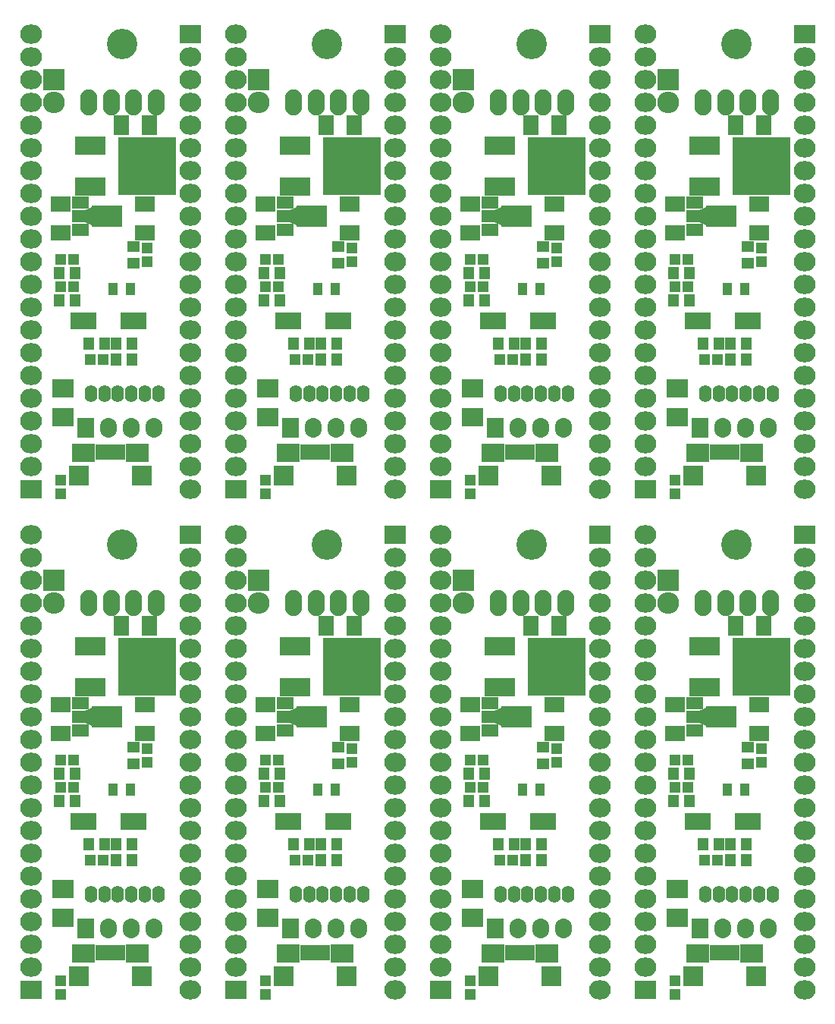
<source format=gbr>
G04 #@! TF.FileFunction,Soldermask,Top*
%FSLAX46Y46*%
G04 Gerber Fmt 4.6, Leading zero omitted, Abs format (unit mm)*
G04 Created by KiCad (PCBNEW 4.0.7) date 04/07/18 13:13:02*
%MOMM*%
%LPD*%
G01*
G04 APERTURE LIST*
%ADD10C,0.100000*%
%ADD11R,1.197560X1.197560*%
%ADD12R,1.200000X1.400000*%
%ADD13R,2.432000X2.127200*%
%ADD14O,2.432000X2.127200*%
%ADD15R,1.900000X2.200000*%
%ADD16O,1.900000X2.200000*%
%ADD17R,0.800000X1.750000*%
%ADD18R,2.500000X2.000000*%
%ADD19R,2.300000X2.300000*%
%ADD20R,2.429460X2.051000*%
%ADD21R,3.000000X1.900000*%
%ADD22R,1.000000X1.400000*%
%ADD23R,2.200000X1.800000*%
%ADD24R,1.800000X2.200000*%
%ADD25R,3.448000X2.051000*%
%ADD26R,6.496000X6.496000*%
%ADD27R,1.901140X1.400760*%
%ADD28R,3.399740X2.398980*%
%ADD29R,2.432000X2.432000*%
%ADD30O,2.432000X2.432000*%
%ADD31O,1.400000X1.924000*%
%ADD32R,1.400000X1.200000*%
%ADD33O,1.900000X2.900000*%
%ADD34C,3.400000*%
G04 APERTURE END LIST*
D10*
D11*
X94742000Y-127495300D03*
X94742000Y-125996700D03*
D12*
X96404000Y-105918000D03*
X94604000Y-105918000D03*
X96404000Y-102870000D03*
X94604000Y-102870000D03*
D11*
X94754700Y-104394000D03*
X96253300Y-104394000D03*
X94754700Y-101346000D03*
X96253300Y-101346000D03*
D13*
X109220000Y-76200000D03*
D14*
X109220000Y-78740000D03*
X109220000Y-81280000D03*
X109220000Y-83820000D03*
X109220000Y-86360000D03*
X109220000Y-88900000D03*
X109220000Y-91440000D03*
X109220000Y-93980000D03*
X109220000Y-96520000D03*
X109220000Y-99060000D03*
X109220000Y-101600000D03*
X109220000Y-104140000D03*
X109220000Y-106680000D03*
X109220000Y-109220000D03*
X109220000Y-111760000D03*
X109220000Y-114300000D03*
X109220000Y-116840000D03*
X109220000Y-119380000D03*
X109220000Y-121920000D03*
X109220000Y-124460000D03*
X109220000Y-127000000D03*
D15*
X97536000Y-120142000D03*
D16*
X100076000Y-120142000D03*
X102616000Y-120142000D03*
X105156000Y-120142000D03*
D17*
X99029100Y-122897460D03*
X99679100Y-122897460D03*
X100329100Y-122897460D03*
X100979100Y-122897460D03*
X101629100Y-122897460D03*
D18*
X97330000Y-122960000D03*
D19*
X96830000Y-125460000D03*
X103830000Y-125460000D03*
D18*
X103330000Y-122960000D03*
D20*
X94996000Y-118932960D03*
X94996000Y-115763040D03*
D21*
X102876000Y-108204000D03*
X97276000Y-108204000D03*
D22*
X100600000Y-104648000D03*
X102600000Y-104648000D03*
D23*
X104140000Y-98374000D03*
X104140000Y-95174000D03*
X94742000Y-98374000D03*
X94742000Y-95174000D03*
D24*
X101524000Y-86360000D03*
X104724000Y-86360000D03*
D25*
X98044000Y-88646000D03*
D26*
X104394000Y-90932000D03*
D25*
X98044000Y-93218000D03*
D27*
X96954340Y-95018860D03*
X96954340Y-96520000D03*
X96954340Y-98021140D03*
D28*
X99905820Y-96520000D03*
D10*
G36*
X98631350Y-97720760D02*
X97482050Y-97220380D01*
X97482050Y-95819620D01*
X98631350Y-95319240D01*
X98631350Y-97720760D01*
X98631350Y-97720760D01*
G37*
D11*
X98056700Y-112522000D03*
X99555300Y-112522000D03*
X104394000Y-100088700D03*
X104394000Y-101587300D03*
D29*
X93980000Y-81280000D03*
D30*
X93980000Y-83820000D03*
D31*
X105664000Y-116332000D03*
X104164000Y-116332000D03*
X102664000Y-116332000D03*
X101164000Y-116332000D03*
X99664000Y-116332000D03*
X98164000Y-116332000D03*
D12*
X100954000Y-112522000D03*
X102754000Y-112522000D03*
D32*
X102870000Y-101738000D03*
X102870000Y-99938000D03*
D12*
X102754000Y-110744000D03*
X100954000Y-110744000D03*
X99706000Y-110744000D03*
X97906000Y-110744000D03*
D33*
X105410000Y-83820000D03*
X102910000Y-83820000D03*
X100410000Y-83820000D03*
X97910000Y-83820000D03*
D34*
X101660000Y-77320000D03*
D13*
X91440000Y-127000000D03*
D14*
X91440000Y-124460000D03*
X91440000Y-121920000D03*
X91440000Y-119380000D03*
X91440000Y-116840000D03*
X91440000Y-114300000D03*
X91440000Y-111760000D03*
X91440000Y-109220000D03*
X91440000Y-106680000D03*
X91440000Y-104140000D03*
X91440000Y-101600000D03*
X91440000Y-99060000D03*
X91440000Y-96520000D03*
X91440000Y-93980000D03*
X91440000Y-91440000D03*
X91440000Y-88900000D03*
X91440000Y-86360000D03*
X91440000Y-83820000D03*
X91440000Y-81280000D03*
X91440000Y-78740000D03*
X91440000Y-76200000D03*
D11*
X71882000Y-127495300D03*
X71882000Y-125996700D03*
D12*
X73544000Y-105918000D03*
X71744000Y-105918000D03*
X73544000Y-102870000D03*
X71744000Y-102870000D03*
D11*
X71894700Y-104394000D03*
X73393300Y-104394000D03*
X71894700Y-101346000D03*
X73393300Y-101346000D03*
D13*
X86360000Y-76200000D03*
D14*
X86360000Y-78740000D03*
X86360000Y-81280000D03*
X86360000Y-83820000D03*
X86360000Y-86360000D03*
X86360000Y-88900000D03*
X86360000Y-91440000D03*
X86360000Y-93980000D03*
X86360000Y-96520000D03*
X86360000Y-99060000D03*
X86360000Y-101600000D03*
X86360000Y-104140000D03*
X86360000Y-106680000D03*
X86360000Y-109220000D03*
X86360000Y-111760000D03*
X86360000Y-114300000D03*
X86360000Y-116840000D03*
X86360000Y-119380000D03*
X86360000Y-121920000D03*
X86360000Y-124460000D03*
X86360000Y-127000000D03*
D15*
X74676000Y-120142000D03*
D16*
X77216000Y-120142000D03*
X79756000Y-120142000D03*
X82296000Y-120142000D03*
D17*
X76169100Y-122897460D03*
X76819100Y-122897460D03*
X77469100Y-122897460D03*
X78119100Y-122897460D03*
X78769100Y-122897460D03*
D18*
X74470000Y-122960000D03*
D19*
X73970000Y-125460000D03*
X80970000Y-125460000D03*
D18*
X80470000Y-122960000D03*
D20*
X72136000Y-118932960D03*
X72136000Y-115763040D03*
D21*
X80016000Y-108204000D03*
X74416000Y-108204000D03*
D22*
X77740000Y-104648000D03*
X79740000Y-104648000D03*
D23*
X81280000Y-98374000D03*
X81280000Y-95174000D03*
X71882000Y-98374000D03*
X71882000Y-95174000D03*
D24*
X78664000Y-86360000D03*
X81864000Y-86360000D03*
D25*
X75184000Y-88646000D03*
D26*
X81534000Y-90932000D03*
D25*
X75184000Y-93218000D03*
D27*
X74094340Y-95018860D03*
X74094340Y-96520000D03*
X74094340Y-98021140D03*
D28*
X77045820Y-96520000D03*
D10*
G36*
X75771350Y-97720760D02*
X74622050Y-97220380D01*
X74622050Y-95819620D01*
X75771350Y-95319240D01*
X75771350Y-97720760D01*
X75771350Y-97720760D01*
G37*
D11*
X75196700Y-112522000D03*
X76695300Y-112522000D03*
X81534000Y-100088700D03*
X81534000Y-101587300D03*
D29*
X71120000Y-81280000D03*
D30*
X71120000Y-83820000D03*
D31*
X82804000Y-116332000D03*
X81304000Y-116332000D03*
X79804000Y-116332000D03*
X78304000Y-116332000D03*
X76804000Y-116332000D03*
X75304000Y-116332000D03*
D12*
X78094000Y-112522000D03*
X79894000Y-112522000D03*
D32*
X80010000Y-101738000D03*
X80010000Y-99938000D03*
D12*
X79894000Y-110744000D03*
X78094000Y-110744000D03*
X76846000Y-110744000D03*
X75046000Y-110744000D03*
D33*
X82550000Y-83820000D03*
X80050000Y-83820000D03*
X77550000Y-83820000D03*
X75050000Y-83820000D03*
D34*
X78800000Y-77320000D03*
D13*
X68580000Y-127000000D03*
D14*
X68580000Y-124460000D03*
X68580000Y-121920000D03*
X68580000Y-119380000D03*
X68580000Y-116840000D03*
X68580000Y-114300000D03*
X68580000Y-111760000D03*
X68580000Y-109220000D03*
X68580000Y-106680000D03*
X68580000Y-104140000D03*
X68580000Y-101600000D03*
X68580000Y-99060000D03*
X68580000Y-96520000D03*
X68580000Y-93980000D03*
X68580000Y-91440000D03*
X68580000Y-88900000D03*
X68580000Y-86360000D03*
X68580000Y-83820000D03*
X68580000Y-81280000D03*
X68580000Y-78740000D03*
X68580000Y-76200000D03*
D11*
X49022000Y-127495300D03*
X49022000Y-125996700D03*
D12*
X50684000Y-105918000D03*
X48884000Y-105918000D03*
X50684000Y-102870000D03*
X48884000Y-102870000D03*
D11*
X49034700Y-104394000D03*
X50533300Y-104394000D03*
X49034700Y-101346000D03*
X50533300Y-101346000D03*
D13*
X63500000Y-76200000D03*
D14*
X63500000Y-78740000D03*
X63500000Y-81280000D03*
X63500000Y-83820000D03*
X63500000Y-86360000D03*
X63500000Y-88900000D03*
X63500000Y-91440000D03*
X63500000Y-93980000D03*
X63500000Y-96520000D03*
X63500000Y-99060000D03*
X63500000Y-101600000D03*
X63500000Y-104140000D03*
X63500000Y-106680000D03*
X63500000Y-109220000D03*
X63500000Y-111760000D03*
X63500000Y-114300000D03*
X63500000Y-116840000D03*
X63500000Y-119380000D03*
X63500000Y-121920000D03*
X63500000Y-124460000D03*
X63500000Y-127000000D03*
D15*
X51816000Y-120142000D03*
D16*
X54356000Y-120142000D03*
X56896000Y-120142000D03*
X59436000Y-120142000D03*
D17*
X53309100Y-122897460D03*
X53959100Y-122897460D03*
X54609100Y-122897460D03*
X55259100Y-122897460D03*
X55909100Y-122897460D03*
D18*
X51610000Y-122960000D03*
D19*
X51110000Y-125460000D03*
X58110000Y-125460000D03*
D18*
X57610000Y-122960000D03*
D20*
X49276000Y-118932960D03*
X49276000Y-115763040D03*
D21*
X57156000Y-108204000D03*
X51556000Y-108204000D03*
D22*
X54880000Y-104648000D03*
X56880000Y-104648000D03*
D23*
X58420000Y-98374000D03*
X58420000Y-95174000D03*
X49022000Y-98374000D03*
X49022000Y-95174000D03*
D24*
X55804000Y-86360000D03*
X59004000Y-86360000D03*
D25*
X52324000Y-88646000D03*
D26*
X58674000Y-90932000D03*
D25*
X52324000Y-93218000D03*
D27*
X51234340Y-95018860D03*
X51234340Y-96520000D03*
X51234340Y-98021140D03*
D28*
X54185820Y-96520000D03*
D10*
G36*
X52911350Y-97720760D02*
X51762050Y-97220380D01*
X51762050Y-95819620D01*
X52911350Y-95319240D01*
X52911350Y-97720760D01*
X52911350Y-97720760D01*
G37*
D11*
X52336700Y-112522000D03*
X53835300Y-112522000D03*
X58674000Y-100088700D03*
X58674000Y-101587300D03*
D29*
X48260000Y-81280000D03*
D30*
X48260000Y-83820000D03*
D31*
X59944000Y-116332000D03*
X58444000Y-116332000D03*
X56944000Y-116332000D03*
X55444000Y-116332000D03*
X53944000Y-116332000D03*
X52444000Y-116332000D03*
D12*
X55234000Y-112522000D03*
X57034000Y-112522000D03*
D32*
X57150000Y-101738000D03*
X57150000Y-99938000D03*
D12*
X57034000Y-110744000D03*
X55234000Y-110744000D03*
X53986000Y-110744000D03*
X52186000Y-110744000D03*
D33*
X59690000Y-83820000D03*
X57190000Y-83820000D03*
X54690000Y-83820000D03*
X52190000Y-83820000D03*
D34*
X55940000Y-77320000D03*
D13*
X45720000Y-127000000D03*
D14*
X45720000Y-124460000D03*
X45720000Y-121920000D03*
X45720000Y-119380000D03*
X45720000Y-116840000D03*
X45720000Y-114300000D03*
X45720000Y-111760000D03*
X45720000Y-109220000D03*
X45720000Y-106680000D03*
X45720000Y-104140000D03*
X45720000Y-101600000D03*
X45720000Y-99060000D03*
X45720000Y-96520000D03*
X45720000Y-93980000D03*
X45720000Y-91440000D03*
X45720000Y-88900000D03*
X45720000Y-86360000D03*
X45720000Y-83820000D03*
X45720000Y-81280000D03*
X45720000Y-78740000D03*
X45720000Y-76200000D03*
D11*
X26162000Y-127495300D03*
X26162000Y-125996700D03*
D12*
X27824000Y-105918000D03*
X26024000Y-105918000D03*
X27824000Y-102870000D03*
X26024000Y-102870000D03*
D11*
X26174700Y-104394000D03*
X27673300Y-104394000D03*
X26174700Y-101346000D03*
X27673300Y-101346000D03*
D13*
X40640000Y-76200000D03*
D14*
X40640000Y-78740000D03*
X40640000Y-81280000D03*
X40640000Y-83820000D03*
X40640000Y-86360000D03*
X40640000Y-88900000D03*
X40640000Y-91440000D03*
X40640000Y-93980000D03*
X40640000Y-96520000D03*
X40640000Y-99060000D03*
X40640000Y-101600000D03*
X40640000Y-104140000D03*
X40640000Y-106680000D03*
X40640000Y-109220000D03*
X40640000Y-111760000D03*
X40640000Y-114300000D03*
X40640000Y-116840000D03*
X40640000Y-119380000D03*
X40640000Y-121920000D03*
X40640000Y-124460000D03*
X40640000Y-127000000D03*
D15*
X28956000Y-120142000D03*
D16*
X31496000Y-120142000D03*
X34036000Y-120142000D03*
X36576000Y-120142000D03*
D17*
X30449100Y-122897460D03*
X31099100Y-122897460D03*
X31749100Y-122897460D03*
X32399100Y-122897460D03*
X33049100Y-122897460D03*
D18*
X28750000Y-122960000D03*
D19*
X28250000Y-125460000D03*
X35250000Y-125460000D03*
D18*
X34750000Y-122960000D03*
D20*
X26416000Y-118932960D03*
X26416000Y-115763040D03*
D21*
X34296000Y-108204000D03*
X28696000Y-108204000D03*
D22*
X32020000Y-104648000D03*
X34020000Y-104648000D03*
D23*
X35560000Y-98374000D03*
X35560000Y-95174000D03*
X26162000Y-98374000D03*
X26162000Y-95174000D03*
D24*
X32944000Y-86360000D03*
X36144000Y-86360000D03*
D25*
X29464000Y-88646000D03*
D26*
X35814000Y-90932000D03*
D25*
X29464000Y-93218000D03*
D27*
X28374340Y-95018860D03*
X28374340Y-96520000D03*
X28374340Y-98021140D03*
D28*
X31325820Y-96520000D03*
D10*
G36*
X30051350Y-97720760D02*
X28902050Y-97220380D01*
X28902050Y-95819620D01*
X30051350Y-95319240D01*
X30051350Y-97720760D01*
X30051350Y-97720760D01*
G37*
D11*
X29476700Y-112522000D03*
X30975300Y-112522000D03*
X35814000Y-100088700D03*
X35814000Y-101587300D03*
D29*
X25400000Y-81280000D03*
D30*
X25400000Y-83820000D03*
D31*
X37084000Y-116332000D03*
X35584000Y-116332000D03*
X34084000Y-116332000D03*
X32584000Y-116332000D03*
X31084000Y-116332000D03*
X29584000Y-116332000D03*
D12*
X32374000Y-112522000D03*
X34174000Y-112522000D03*
D32*
X34290000Y-101738000D03*
X34290000Y-99938000D03*
D12*
X34174000Y-110744000D03*
X32374000Y-110744000D03*
X31126000Y-110744000D03*
X29326000Y-110744000D03*
D33*
X36830000Y-83820000D03*
X34330000Y-83820000D03*
X31830000Y-83820000D03*
X29330000Y-83820000D03*
D34*
X33080000Y-77320000D03*
D13*
X22860000Y-127000000D03*
D14*
X22860000Y-124460000D03*
X22860000Y-121920000D03*
X22860000Y-119380000D03*
X22860000Y-116840000D03*
X22860000Y-114300000D03*
X22860000Y-111760000D03*
X22860000Y-109220000D03*
X22860000Y-106680000D03*
X22860000Y-104140000D03*
X22860000Y-101600000D03*
X22860000Y-99060000D03*
X22860000Y-96520000D03*
X22860000Y-93980000D03*
X22860000Y-91440000D03*
X22860000Y-88900000D03*
X22860000Y-86360000D03*
X22860000Y-83820000D03*
X22860000Y-81280000D03*
X22860000Y-78740000D03*
X22860000Y-76200000D03*
D11*
X26162000Y-127495300D03*
X26162000Y-125996700D03*
D12*
X27824000Y-105918000D03*
X26024000Y-105918000D03*
X27824000Y-102870000D03*
X26024000Y-102870000D03*
D11*
X26174700Y-104394000D03*
X27673300Y-104394000D03*
X26174700Y-101346000D03*
X27673300Y-101346000D03*
D13*
X40640000Y-76200000D03*
D14*
X40640000Y-78740000D03*
X40640000Y-81280000D03*
X40640000Y-83820000D03*
X40640000Y-86360000D03*
X40640000Y-88900000D03*
X40640000Y-91440000D03*
X40640000Y-93980000D03*
X40640000Y-96520000D03*
X40640000Y-99060000D03*
X40640000Y-101600000D03*
X40640000Y-104140000D03*
X40640000Y-106680000D03*
X40640000Y-109220000D03*
X40640000Y-111760000D03*
X40640000Y-114300000D03*
X40640000Y-116840000D03*
X40640000Y-119380000D03*
X40640000Y-121920000D03*
X40640000Y-124460000D03*
X40640000Y-127000000D03*
D15*
X28956000Y-120142000D03*
D16*
X31496000Y-120142000D03*
X34036000Y-120142000D03*
X36576000Y-120142000D03*
D17*
X30449100Y-122897460D03*
X31099100Y-122897460D03*
X31749100Y-122897460D03*
X32399100Y-122897460D03*
X33049100Y-122897460D03*
D18*
X28750000Y-122960000D03*
D19*
X28250000Y-125460000D03*
X35250000Y-125460000D03*
D18*
X34750000Y-122960000D03*
D20*
X26416000Y-118932960D03*
X26416000Y-115763040D03*
D21*
X34296000Y-108204000D03*
X28696000Y-108204000D03*
D22*
X32020000Y-104648000D03*
X34020000Y-104648000D03*
D23*
X35560000Y-98374000D03*
X35560000Y-95174000D03*
X26162000Y-98374000D03*
X26162000Y-95174000D03*
D24*
X32944000Y-86360000D03*
X36144000Y-86360000D03*
D25*
X29464000Y-88646000D03*
D26*
X35814000Y-90932000D03*
D25*
X29464000Y-93218000D03*
D27*
X28374340Y-95018860D03*
X28374340Y-96520000D03*
X28374340Y-98021140D03*
D28*
X31325820Y-96520000D03*
D10*
G36*
X30051350Y-97720760D02*
X28902050Y-97220380D01*
X28902050Y-95819620D01*
X30051350Y-95319240D01*
X30051350Y-97720760D01*
X30051350Y-97720760D01*
G37*
D11*
X29476700Y-112522000D03*
X30975300Y-112522000D03*
X35814000Y-100088700D03*
X35814000Y-101587300D03*
D29*
X25400000Y-81280000D03*
D30*
X25400000Y-83820000D03*
D31*
X37084000Y-116332000D03*
X35584000Y-116332000D03*
X34084000Y-116332000D03*
X32584000Y-116332000D03*
X31084000Y-116332000D03*
X29584000Y-116332000D03*
D12*
X32374000Y-112522000D03*
X34174000Y-112522000D03*
D32*
X34290000Y-101738000D03*
X34290000Y-99938000D03*
D12*
X34174000Y-110744000D03*
X32374000Y-110744000D03*
X31126000Y-110744000D03*
X29326000Y-110744000D03*
D33*
X36830000Y-83820000D03*
X34330000Y-83820000D03*
X31830000Y-83820000D03*
X29330000Y-83820000D03*
D34*
X33080000Y-77320000D03*
D13*
X22860000Y-127000000D03*
D14*
X22860000Y-124460000D03*
X22860000Y-121920000D03*
X22860000Y-119380000D03*
X22860000Y-116840000D03*
X22860000Y-114300000D03*
X22860000Y-111760000D03*
X22860000Y-109220000D03*
X22860000Y-106680000D03*
X22860000Y-104140000D03*
X22860000Y-101600000D03*
X22860000Y-99060000D03*
X22860000Y-96520000D03*
X22860000Y-93980000D03*
X22860000Y-91440000D03*
X22860000Y-88900000D03*
X22860000Y-86360000D03*
X22860000Y-83820000D03*
X22860000Y-81280000D03*
X22860000Y-78740000D03*
X22860000Y-76200000D03*
D13*
X22860000Y-71120000D03*
D14*
X22860000Y-68580000D03*
X22860000Y-66040000D03*
X22860000Y-63500000D03*
X22860000Y-60960000D03*
X22860000Y-58420000D03*
X22860000Y-55880000D03*
X22860000Y-53340000D03*
X22860000Y-50800000D03*
X22860000Y-48260000D03*
X22860000Y-45720000D03*
X22860000Y-43180000D03*
X22860000Y-40640000D03*
X22860000Y-38100000D03*
X22860000Y-35560000D03*
X22860000Y-33020000D03*
X22860000Y-30480000D03*
X22860000Y-27940000D03*
X22860000Y-25400000D03*
X22860000Y-22860000D03*
X22860000Y-20320000D03*
D33*
X36830000Y-27940000D03*
X34330000Y-27940000D03*
X31830000Y-27940000D03*
X29330000Y-27940000D03*
D34*
X33080000Y-21440000D03*
D12*
X31126000Y-54864000D03*
X29326000Y-54864000D03*
X34174000Y-54864000D03*
X32374000Y-54864000D03*
D32*
X34290000Y-45858000D03*
X34290000Y-44058000D03*
D12*
X32374000Y-56642000D03*
X34174000Y-56642000D03*
D31*
X37084000Y-60452000D03*
X35584000Y-60452000D03*
X34084000Y-60452000D03*
X32584000Y-60452000D03*
X31084000Y-60452000D03*
X29584000Y-60452000D03*
D29*
X25400000Y-25400000D03*
D30*
X25400000Y-27940000D03*
D11*
X35814000Y-44208700D03*
X35814000Y-45707300D03*
X29476700Y-56642000D03*
X30975300Y-56642000D03*
D27*
X28374340Y-39138860D03*
X28374340Y-40640000D03*
X28374340Y-42141140D03*
D28*
X31325820Y-40640000D03*
D10*
G36*
X30051350Y-41840760D02*
X28902050Y-41340380D01*
X28902050Y-39939620D01*
X30051350Y-39439240D01*
X30051350Y-41840760D01*
X30051350Y-41840760D01*
G37*
D25*
X29464000Y-32766000D03*
D26*
X35814000Y-35052000D03*
D25*
X29464000Y-37338000D03*
D24*
X32944000Y-30480000D03*
X36144000Y-30480000D03*
D23*
X26162000Y-42494000D03*
X26162000Y-39294000D03*
X35560000Y-42494000D03*
X35560000Y-39294000D03*
D22*
X32020000Y-48768000D03*
X34020000Y-48768000D03*
D21*
X34296000Y-52324000D03*
X28696000Y-52324000D03*
D20*
X26416000Y-63052960D03*
X26416000Y-59883040D03*
D17*
X30449100Y-67017460D03*
X31099100Y-67017460D03*
X31749100Y-67017460D03*
X32399100Y-67017460D03*
X33049100Y-67017460D03*
D18*
X28750000Y-67080000D03*
D19*
X28250000Y-69580000D03*
X35250000Y-69580000D03*
D18*
X34750000Y-67080000D03*
D15*
X28956000Y-64262000D03*
D16*
X31496000Y-64262000D03*
X34036000Y-64262000D03*
X36576000Y-64262000D03*
D13*
X40640000Y-20320000D03*
D14*
X40640000Y-22860000D03*
X40640000Y-25400000D03*
X40640000Y-27940000D03*
X40640000Y-30480000D03*
X40640000Y-33020000D03*
X40640000Y-35560000D03*
X40640000Y-38100000D03*
X40640000Y-40640000D03*
X40640000Y-43180000D03*
X40640000Y-45720000D03*
X40640000Y-48260000D03*
X40640000Y-50800000D03*
X40640000Y-53340000D03*
X40640000Y-55880000D03*
X40640000Y-58420000D03*
X40640000Y-60960000D03*
X40640000Y-63500000D03*
X40640000Y-66040000D03*
X40640000Y-68580000D03*
X40640000Y-71120000D03*
D11*
X26174700Y-45466000D03*
X27673300Y-45466000D03*
X26174700Y-48514000D03*
X27673300Y-48514000D03*
D12*
X27824000Y-46990000D03*
X26024000Y-46990000D03*
X27824000Y-50038000D03*
X26024000Y-50038000D03*
D11*
X26162000Y-71615300D03*
X26162000Y-70116700D03*
D13*
X22860000Y-71120000D03*
D14*
X22860000Y-68580000D03*
X22860000Y-66040000D03*
X22860000Y-63500000D03*
X22860000Y-60960000D03*
X22860000Y-58420000D03*
X22860000Y-55880000D03*
X22860000Y-53340000D03*
X22860000Y-50800000D03*
X22860000Y-48260000D03*
X22860000Y-45720000D03*
X22860000Y-43180000D03*
X22860000Y-40640000D03*
X22860000Y-38100000D03*
X22860000Y-35560000D03*
X22860000Y-33020000D03*
X22860000Y-30480000D03*
X22860000Y-27940000D03*
X22860000Y-25400000D03*
X22860000Y-22860000D03*
X22860000Y-20320000D03*
D33*
X36830000Y-27940000D03*
X34330000Y-27940000D03*
X31830000Y-27940000D03*
X29330000Y-27940000D03*
D34*
X33080000Y-21440000D03*
D12*
X31126000Y-54864000D03*
X29326000Y-54864000D03*
X34174000Y-54864000D03*
X32374000Y-54864000D03*
D32*
X34290000Y-45858000D03*
X34290000Y-44058000D03*
D12*
X32374000Y-56642000D03*
X34174000Y-56642000D03*
D31*
X37084000Y-60452000D03*
X35584000Y-60452000D03*
X34084000Y-60452000D03*
X32584000Y-60452000D03*
X31084000Y-60452000D03*
X29584000Y-60452000D03*
D29*
X25400000Y-25400000D03*
D30*
X25400000Y-27940000D03*
D11*
X35814000Y-44208700D03*
X35814000Y-45707300D03*
X29476700Y-56642000D03*
X30975300Y-56642000D03*
D27*
X28374340Y-39138860D03*
X28374340Y-40640000D03*
X28374340Y-42141140D03*
D28*
X31325820Y-40640000D03*
D10*
G36*
X30051350Y-41840760D02*
X28902050Y-41340380D01*
X28902050Y-39939620D01*
X30051350Y-39439240D01*
X30051350Y-41840760D01*
X30051350Y-41840760D01*
G37*
D25*
X29464000Y-32766000D03*
D26*
X35814000Y-35052000D03*
D25*
X29464000Y-37338000D03*
D24*
X32944000Y-30480000D03*
X36144000Y-30480000D03*
D23*
X26162000Y-42494000D03*
X26162000Y-39294000D03*
X35560000Y-42494000D03*
X35560000Y-39294000D03*
D22*
X32020000Y-48768000D03*
X34020000Y-48768000D03*
D21*
X34296000Y-52324000D03*
X28696000Y-52324000D03*
D20*
X26416000Y-63052960D03*
X26416000Y-59883040D03*
D17*
X30449100Y-67017460D03*
X31099100Y-67017460D03*
X31749100Y-67017460D03*
X32399100Y-67017460D03*
X33049100Y-67017460D03*
D18*
X28750000Y-67080000D03*
D19*
X28250000Y-69580000D03*
X35250000Y-69580000D03*
D18*
X34750000Y-67080000D03*
D15*
X28956000Y-64262000D03*
D16*
X31496000Y-64262000D03*
X34036000Y-64262000D03*
X36576000Y-64262000D03*
D13*
X40640000Y-20320000D03*
D14*
X40640000Y-22860000D03*
X40640000Y-25400000D03*
X40640000Y-27940000D03*
X40640000Y-30480000D03*
X40640000Y-33020000D03*
X40640000Y-35560000D03*
X40640000Y-38100000D03*
X40640000Y-40640000D03*
X40640000Y-43180000D03*
X40640000Y-45720000D03*
X40640000Y-48260000D03*
X40640000Y-50800000D03*
X40640000Y-53340000D03*
X40640000Y-55880000D03*
X40640000Y-58420000D03*
X40640000Y-60960000D03*
X40640000Y-63500000D03*
X40640000Y-66040000D03*
X40640000Y-68580000D03*
X40640000Y-71120000D03*
D11*
X26174700Y-45466000D03*
X27673300Y-45466000D03*
X26174700Y-48514000D03*
X27673300Y-48514000D03*
D12*
X27824000Y-46990000D03*
X26024000Y-46990000D03*
X27824000Y-50038000D03*
X26024000Y-50038000D03*
D11*
X26162000Y-71615300D03*
X26162000Y-70116700D03*
D13*
X45720000Y-71120000D03*
D14*
X45720000Y-68580000D03*
X45720000Y-66040000D03*
X45720000Y-63500000D03*
X45720000Y-60960000D03*
X45720000Y-58420000D03*
X45720000Y-55880000D03*
X45720000Y-53340000D03*
X45720000Y-50800000D03*
X45720000Y-48260000D03*
X45720000Y-45720000D03*
X45720000Y-43180000D03*
X45720000Y-40640000D03*
X45720000Y-38100000D03*
X45720000Y-35560000D03*
X45720000Y-33020000D03*
X45720000Y-30480000D03*
X45720000Y-27940000D03*
X45720000Y-25400000D03*
X45720000Y-22860000D03*
X45720000Y-20320000D03*
D33*
X59690000Y-27940000D03*
X57190000Y-27940000D03*
X54690000Y-27940000D03*
X52190000Y-27940000D03*
D34*
X55940000Y-21440000D03*
D12*
X53986000Y-54864000D03*
X52186000Y-54864000D03*
X57034000Y-54864000D03*
X55234000Y-54864000D03*
D32*
X57150000Y-45858000D03*
X57150000Y-44058000D03*
D12*
X55234000Y-56642000D03*
X57034000Y-56642000D03*
D31*
X59944000Y-60452000D03*
X58444000Y-60452000D03*
X56944000Y-60452000D03*
X55444000Y-60452000D03*
X53944000Y-60452000D03*
X52444000Y-60452000D03*
D29*
X48260000Y-25400000D03*
D30*
X48260000Y-27940000D03*
D11*
X58674000Y-44208700D03*
X58674000Y-45707300D03*
X52336700Y-56642000D03*
X53835300Y-56642000D03*
D27*
X51234340Y-39138860D03*
X51234340Y-40640000D03*
X51234340Y-42141140D03*
D28*
X54185820Y-40640000D03*
D10*
G36*
X52911350Y-41840760D02*
X51762050Y-41340380D01*
X51762050Y-39939620D01*
X52911350Y-39439240D01*
X52911350Y-41840760D01*
X52911350Y-41840760D01*
G37*
D25*
X52324000Y-32766000D03*
D26*
X58674000Y-35052000D03*
D25*
X52324000Y-37338000D03*
D24*
X55804000Y-30480000D03*
X59004000Y-30480000D03*
D23*
X49022000Y-42494000D03*
X49022000Y-39294000D03*
X58420000Y-42494000D03*
X58420000Y-39294000D03*
D22*
X54880000Y-48768000D03*
X56880000Y-48768000D03*
D21*
X57156000Y-52324000D03*
X51556000Y-52324000D03*
D20*
X49276000Y-63052960D03*
X49276000Y-59883040D03*
D17*
X53309100Y-67017460D03*
X53959100Y-67017460D03*
X54609100Y-67017460D03*
X55259100Y-67017460D03*
X55909100Y-67017460D03*
D18*
X51610000Y-67080000D03*
D19*
X51110000Y-69580000D03*
X58110000Y-69580000D03*
D18*
X57610000Y-67080000D03*
D15*
X51816000Y-64262000D03*
D16*
X54356000Y-64262000D03*
X56896000Y-64262000D03*
X59436000Y-64262000D03*
D13*
X63500000Y-20320000D03*
D14*
X63500000Y-22860000D03*
X63500000Y-25400000D03*
X63500000Y-27940000D03*
X63500000Y-30480000D03*
X63500000Y-33020000D03*
X63500000Y-35560000D03*
X63500000Y-38100000D03*
X63500000Y-40640000D03*
X63500000Y-43180000D03*
X63500000Y-45720000D03*
X63500000Y-48260000D03*
X63500000Y-50800000D03*
X63500000Y-53340000D03*
X63500000Y-55880000D03*
X63500000Y-58420000D03*
X63500000Y-60960000D03*
X63500000Y-63500000D03*
X63500000Y-66040000D03*
X63500000Y-68580000D03*
X63500000Y-71120000D03*
D11*
X49034700Y-45466000D03*
X50533300Y-45466000D03*
X49034700Y-48514000D03*
X50533300Y-48514000D03*
D12*
X50684000Y-46990000D03*
X48884000Y-46990000D03*
X50684000Y-50038000D03*
X48884000Y-50038000D03*
D11*
X49022000Y-71615300D03*
X49022000Y-70116700D03*
D13*
X68580000Y-71120000D03*
D14*
X68580000Y-68580000D03*
X68580000Y-66040000D03*
X68580000Y-63500000D03*
X68580000Y-60960000D03*
X68580000Y-58420000D03*
X68580000Y-55880000D03*
X68580000Y-53340000D03*
X68580000Y-50800000D03*
X68580000Y-48260000D03*
X68580000Y-45720000D03*
X68580000Y-43180000D03*
X68580000Y-40640000D03*
X68580000Y-38100000D03*
X68580000Y-35560000D03*
X68580000Y-33020000D03*
X68580000Y-30480000D03*
X68580000Y-27940000D03*
X68580000Y-25400000D03*
X68580000Y-22860000D03*
X68580000Y-20320000D03*
D33*
X82550000Y-27940000D03*
X80050000Y-27940000D03*
X77550000Y-27940000D03*
X75050000Y-27940000D03*
D34*
X78800000Y-21440000D03*
D12*
X76846000Y-54864000D03*
X75046000Y-54864000D03*
X79894000Y-54864000D03*
X78094000Y-54864000D03*
D32*
X80010000Y-45858000D03*
X80010000Y-44058000D03*
D12*
X78094000Y-56642000D03*
X79894000Y-56642000D03*
D31*
X82804000Y-60452000D03*
X81304000Y-60452000D03*
X79804000Y-60452000D03*
X78304000Y-60452000D03*
X76804000Y-60452000D03*
X75304000Y-60452000D03*
D29*
X71120000Y-25400000D03*
D30*
X71120000Y-27940000D03*
D11*
X81534000Y-44208700D03*
X81534000Y-45707300D03*
X75196700Y-56642000D03*
X76695300Y-56642000D03*
D27*
X74094340Y-39138860D03*
X74094340Y-40640000D03*
X74094340Y-42141140D03*
D28*
X77045820Y-40640000D03*
D10*
G36*
X75771350Y-41840760D02*
X74622050Y-41340380D01*
X74622050Y-39939620D01*
X75771350Y-39439240D01*
X75771350Y-41840760D01*
X75771350Y-41840760D01*
G37*
D25*
X75184000Y-32766000D03*
D26*
X81534000Y-35052000D03*
D25*
X75184000Y-37338000D03*
D24*
X78664000Y-30480000D03*
X81864000Y-30480000D03*
D23*
X71882000Y-42494000D03*
X71882000Y-39294000D03*
X81280000Y-42494000D03*
X81280000Y-39294000D03*
D22*
X77740000Y-48768000D03*
X79740000Y-48768000D03*
D21*
X80016000Y-52324000D03*
X74416000Y-52324000D03*
D20*
X72136000Y-63052960D03*
X72136000Y-59883040D03*
D17*
X76169100Y-67017460D03*
X76819100Y-67017460D03*
X77469100Y-67017460D03*
X78119100Y-67017460D03*
X78769100Y-67017460D03*
D18*
X74470000Y-67080000D03*
D19*
X73970000Y-69580000D03*
X80970000Y-69580000D03*
D18*
X80470000Y-67080000D03*
D15*
X74676000Y-64262000D03*
D16*
X77216000Y-64262000D03*
X79756000Y-64262000D03*
X82296000Y-64262000D03*
D13*
X86360000Y-20320000D03*
D14*
X86360000Y-22860000D03*
X86360000Y-25400000D03*
X86360000Y-27940000D03*
X86360000Y-30480000D03*
X86360000Y-33020000D03*
X86360000Y-35560000D03*
X86360000Y-38100000D03*
X86360000Y-40640000D03*
X86360000Y-43180000D03*
X86360000Y-45720000D03*
X86360000Y-48260000D03*
X86360000Y-50800000D03*
X86360000Y-53340000D03*
X86360000Y-55880000D03*
X86360000Y-58420000D03*
X86360000Y-60960000D03*
X86360000Y-63500000D03*
X86360000Y-66040000D03*
X86360000Y-68580000D03*
X86360000Y-71120000D03*
D11*
X71894700Y-45466000D03*
X73393300Y-45466000D03*
X71894700Y-48514000D03*
X73393300Y-48514000D03*
D12*
X73544000Y-46990000D03*
X71744000Y-46990000D03*
X73544000Y-50038000D03*
X71744000Y-50038000D03*
D11*
X71882000Y-71615300D03*
X71882000Y-70116700D03*
D13*
X91440000Y-71120000D03*
D14*
X91440000Y-68580000D03*
X91440000Y-66040000D03*
X91440000Y-63500000D03*
X91440000Y-60960000D03*
X91440000Y-58420000D03*
X91440000Y-55880000D03*
X91440000Y-53340000D03*
X91440000Y-50800000D03*
X91440000Y-48260000D03*
X91440000Y-45720000D03*
X91440000Y-43180000D03*
X91440000Y-40640000D03*
X91440000Y-38100000D03*
X91440000Y-35560000D03*
X91440000Y-33020000D03*
X91440000Y-30480000D03*
X91440000Y-27940000D03*
X91440000Y-25400000D03*
X91440000Y-22860000D03*
X91440000Y-20320000D03*
D33*
X105410000Y-27940000D03*
X102910000Y-27940000D03*
X100410000Y-27940000D03*
X97910000Y-27940000D03*
D34*
X101660000Y-21440000D03*
D12*
X99706000Y-54864000D03*
X97906000Y-54864000D03*
X102754000Y-54864000D03*
X100954000Y-54864000D03*
D32*
X102870000Y-45858000D03*
X102870000Y-44058000D03*
D12*
X100954000Y-56642000D03*
X102754000Y-56642000D03*
D31*
X105664000Y-60452000D03*
X104164000Y-60452000D03*
X102664000Y-60452000D03*
X101164000Y-60452000D03*
X99664000Y-60452000D03*
X98164000Y-60452000D03*
D29*
X93980000Y-25400000D03*
D30*
X93980000Y-27940000D03*
D11*
X104394000Y-44208700D03*
X104394000Y-45707300D03*
X98056700Y-56642000D03*
X99555300Y-56642000D03*
D27*
X96954340Y-39138860D03*
X96954340Y-40640000D03*
X96954340Y-42141140D03*
D28*
X99905820Y-40640000D03*
D10*
G36*
X98631350Y-41840760D02*
X97482050Y-41340380D01*
X97482050Y-39939620D01*
X98631350Y-39439240D01*
X98631350Y-41840760D01*
X98631350Y-41840760D01*
G37*
D25*
X98044000Y-32766000D03*
D26*
X104394000Y-35052000D03*
D25*
X98044000Y-37338000D03*
D24*
X101524000Y-30480000D03*
X104724000Y-30480000D03*
D23*
X94742000Y-42494000D03*
X94742000Y-39294000D03*
X104140000Y-42494000D03*
X104140000Y-39294000D03*
D22*
X100600000Y-48768000D03*
X102600000Y-48768000D03*
D21*
X102876000Y-52324000D03*
X97276000Y-52324000D03*
D20*
X94996000Y-63052960D03*
X94996000Y-59883040D03*
D17*
X99029100Y-67017460D03*
X99679100Y-67017460D03*
X100329100Y-67017460D03*
X100979100Y-67017460D03*
X101629100Y-67017460D03*
D18*
X97330000Y-67080000D03*
D19*
X96830000Y-69580000D03*
X103830000Y-69580000D03*
D18*
X103330000Y-67080000D03*
D15*
X97536000Y-64262000D03*
D16*
X100076000Y-64262000D03*
X102616000Y-64262000D03*
X105156000Y-64262000D03*
D13*
X109220000Y-20320000D03*
D14*
X109220000Y-22860000D03*
X109220000Y-25400000D03*
X109220000Y-27940000D03*
X109220000Y-30480000D03*
X109220000Y-33020000D03*
X109220000Y-35560000D03*
X109220000Y-38100000D03*
X109220000Y-40640000D03*
X109220000Y-43180000D03*
X109220000Y-45720000D03*
X109220000Y-48260000D03*
X109220000Y-50800000D03*
X109220000Y-53340000D03*
X109220000Y-55880000D03*
X109220000Y-58420000D03*
X109220000Y-60960000D03*
X109220000Y-63500000D03*
X109220000Y-66040000D03*
X109220000Y-68580000D03*
X109220000Y-71120000D03*
D11*
X94754700Y-45466000D03*
X96253300Y-45466000D03*
X94754700Y-48514000D03*
X96253300Y-48514000D03*
D12*
X96404000Y-46990000D03*
X94604000Y-46990000D03*
X96404000Y-50038000D03*
X94604000Y-50038000D03*
D11*
X94742000Y-71615300D03*
X94742000Y-70116700D03*
M02*

</source>
